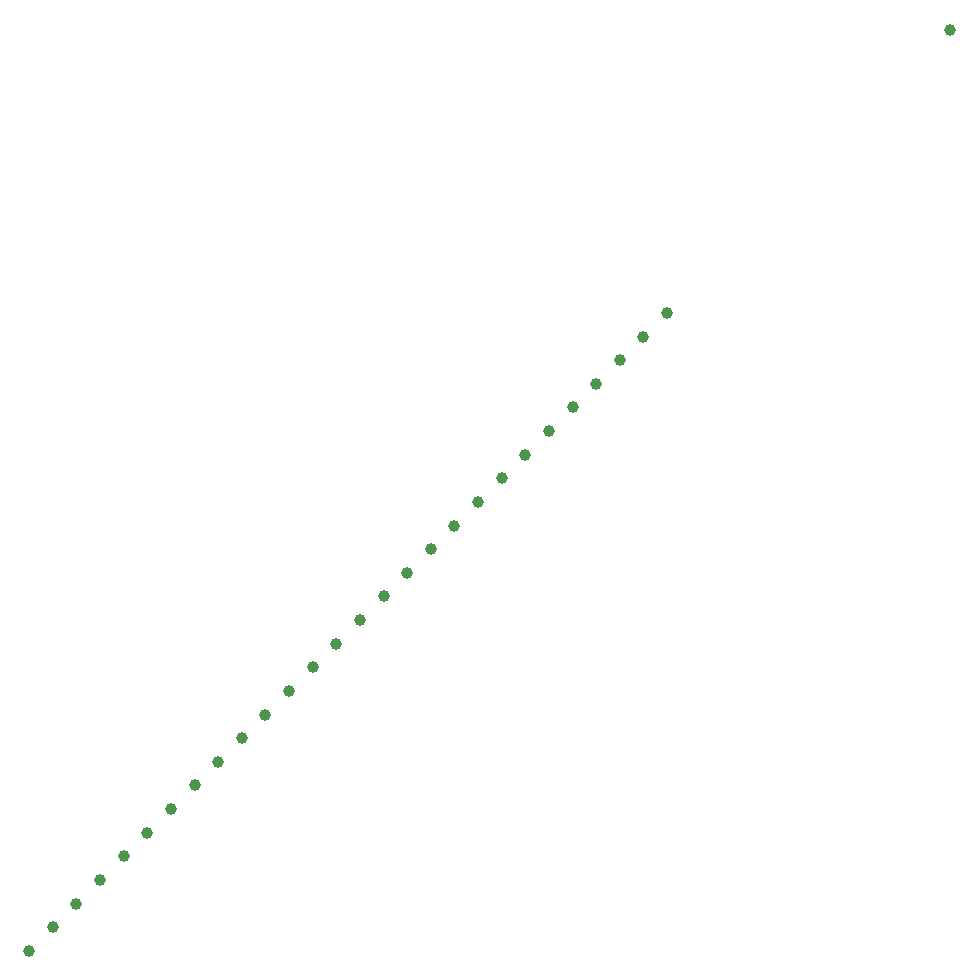
<source format=gbr>
G04 Examples for testing time performance of Gerber parsers*
%FSLAX26Y26*%
%MOMM*%
%ADD10C,1*%
%LPD*%
D10*
X0Y0D03*
X78000000Y78000000D03*
X2000000Y2000000D03*
X4000000Y4000000D03*
X6000000Y6000000D03*
X8000000Y8000000D03*
X10000000Y10000000D03*
X12000000Y12000000D03*
X14000000Y14000000D03*
X16000000Y16000000D03*
X18000000Y18000000D03*
X20000000Y20000000D03*
X22000000Y22000000D03*
X24000000Y24000000D03*
X26000000Y26000000D03*
X28000000Y28000000D03*
X30000000Y30000000D03*
X32000000Y32000000D03*
X34000000Y34000000D03*
X36000000Y36000000D03*
X38000000Y38000000D03*
X40000000Y40000000D03*
X42000000Y42000000D03*
X44000000Y44000000D03*
X46000000Y46000000D03*
X48000000Y48000000D03*
X50000000Y50000000D03*
X52000000Y52000000D03*
X54000000Y54000000D03*
M02*

</source>
